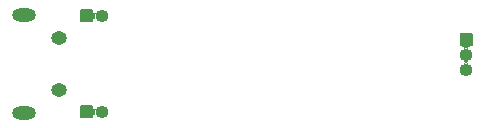
<source format=gbr>
G04 #@! TF.GenerationSoftware,KiCad,Pcbnew,(5.1.7)-1*
G04 #@! TF.CreationDate,2020-11-02T14:52:47+01:00*
G04 #@! TF.ProjectId,Broche lumineuse,42726f63-6865-4206-9c75-6d696e657573,rev?*
G04 #@! TF.SameCoordinates,Original*
G04 #@! TF.FileFunction,Soldermask,Bot*
G04 #@! TF.FilePolarity,Negative*
%FSLAX46Y46*%
G04 Gerber Fmt 4.6, Leading zero omitted, Abs format (unit mm)*
G04 Created by KiCad (PCBNEW (5.1.7)-1) date 2020-11-02 14:52:47*
%MOMM*%
%LPD*%
G01*
G04 APERTURE LIST*
%ADD10O,1.352000X1.152000*%
%ADD11O,2.002000X1.102000*%
%ADD12O,1.102000X1.102000*%
%ADD13C,0.100000*%
G04 APERTURE END LIST*
D10*
X137585000Y-91780000D03*
X137585000Y-96230000D03*
D11*
X134585000Y-89830000D03*
X134585000Y-98180000D03*
D12*
X141189000Y-89941000D03*
G36*
G01*
X140419000Y-90492000D02*
X139419000Y-90492000D01*
G75*
G02*
X139368000Y-90441000I0J51000D01*
G01*
X139368000Y-89441000D01*
G75*
G02*
X139419000Y-89390000I51000J0D01*
G01*
X140419000Y-89390000D01*
G75*
G02*
X140470000Y-89441000I0J-51000D01*
G01*
X140470000Y-90441000D01*
G75*
G02*
X140419000Y-90492000I-51000J0D01*
G01*
G37*
G36*
G01*
X140419000Y-98620000D02*
X139419000Y-98620000D01*
G75*
G02*
X139368000Y-98569000I0J51000D01*
G01*
X139368000Y-97569000D01*
G75*
G02*
X139419000Y-97518000I51000J0D01*
G01*
X140419000Y-97518000D01*
G75*
G02*
X140470000Y-97569000I0J-51000D01*
G01*
X140470000Y-98569000D01*
G75*
G02*
X140419000Y-98620000I-51000J0D01*
G01*
G37*
X141189000Y-98069000D03*
G36*
G01*
X171499000Y-92473000D02*
X171499000Y-91473000D01*
G75*
G02*
X171550000Y-91422000I51000J0D01*
G01*
X172550000Y-91422000D01*
G75*
G02*
X172601000Y-91473000I0J-51000D01*
G01*
X172601000Y-92473000D01*
G75*
G02*
X172550000Y-92524000I-51000J0D01*
G01*
X171550000Y-92524000D01*
G75*
G02*
X171499000Y-92473000I0J51000D01*
G01*
G37*
X172050000Y-93243000D03*
X172050000Y-94513000D03*
D13*
G36*
X140471990Y-97746882D02*
G01*
X140474372Y-97771069D01*
X140481372Y-97794144D01*
X140492737Y-97815408D01*
X140508032Y-97834045D01*
X140526669Y-97849340D01*
X140547933Y-97860705D01*
X140571008Y-97867705D01*
X140594999Y-97870068D01*
X140618990Y-97867705D01*
X140642065Y-97860705D01*
X140663329Y-97849340D01*
X140681966Y-97834045D01*
X140697324Y-97815330D01*
X140700216Y-97811002D01*
X140702010Y-97810117D01*
X140703673Y-97811228D01*
X140703727Y-97812878D01*
X140663650Y-97909635D01*
X140642653Y-98015192D01*
X140642653Y-98122808D01*
X140663650Y-98228365D01*
X140703727Y-98325122D01*
X140703466Y-98327105D01*
X140701618Y-98327870D01*
X140700216Y-98326998D01*
X140697324Y-98322670D01*
X140681965Y-98303955D01*
X140663328Y-98288660D01*
X140642065Y-98277295D01*
X140618990Y-98270295D01*
X140594998Y-98267932D01*
X140571007Y-98270295D01*
X140547932Y-98277295D01*
X140526669Y-98288660D01*
X140508032Y-98303956D01*
X140492737Y-98322593D01*
X140481372Y-98343856D01*
X140474372Y-98366931D01*
X140471990Y-98391118D01*
X140470825Y-98392744D01*
X140468835Y-98392548D01*
X140468000Y-98390922D01*
X140468000Y-97747078D01*
X140469000Y-97745346D01*
X140471000Y-97745346D01*
X140471990Y-97746882D01*
G37*
G36*
X172222906Y-93763824D02*
G01*
X172223671Y-93765672D01*
X172222631Y-93767175D01*
X172206609Y-93775738D01*
X172187972Y-93791033D01*
X172172677Y-93809670D01*
X172161312Y-93830934D01*
X172154312Y-93854009D01*
X172151949Y-93878000D01*
X172154312Y-93901991D01*
X172161312Y-93925066D01*
X172172677Y-93946330D01*
X172187972Y-93964967D01*
X172206609Y-93980262D01*
X172222631Y-93988825D01*
X172223687Y-93990524D01*
X172222744Y-93992287D01*
X172220923Y-93992437D01*
X172209365Y-93987650D01*
X172103808Y-93966653D01*
X171996192Y-93966653D01*
X171890635Y-93987650D01*
X171879077Y-93992437D01*
X171877094Y-93992176D01*
X171876329Y-93990328D01*
X171877369Y-93988825D01*
X171893391Y-93980262D01*
X171912028Y-93964967D01*
X171927323Y-93946330D01*
X171938688Y-93925066D01*
X171945688Y-93901991D01*
X171948051Y-93878000D01*
X171945688Y-93854009D01*
X171938688Y-93830934D01*
X171927323Y-93809670D01*
X171912028Y-93791033D01*
X171893391Y-93775738D01*
X171877369Y-93767175D01*
X171876313Y-93765476D01*
X171877256Y-93763713D01*
X171879077Y-93763563D01*
X171890635Y-93768350D01*
X171996192Y-93789347D01*
X172103808Y-93789347D01*
X172209365Y-93768350D01*
X172220923Y-93763563D01*
X172222906Y-93763824D01*
G37*
G36*
X172373654Y-92523000D02*
G01*
X172373654Y-92525000D01*
X172372118Y-92525990D01*
X172347931Y-92528372D01*
X172324856Y-92535372D01*
X172303592Y-92546737D01*
X172284955Y-92562032D01*
X172269660Y-92580669D01*
X172258295Y-92601933D01*
X172251295Y-92625008D01*
X172248932Y-92648998D01*
X172251295Y-92672990D01*
X172258295Y-92696065D01*
X172269660Y-92717329D01*
X172284955Y-92735966D01*
X172303670Y-92751324D01*
X172307998Y-92754216D01*
X172308883Y-92756010D01*
X172307772Y-92757673D01*
X172306122Y-92757727D01*
X172209365Y-92717650D01*
X172103808Y-92696653D01*
X171996192Y-92696653D01*
X171890635Y-92717650D01*
X171793878Y-92757727D01*
X171791895Y-92757466D01*
X171791130Y-92755618D01*
X171792002Y-92754216D01*
X171796330Y-92751324D01*
X171815045Y-92735965D01*
X171830340Y-92717328D01*
X171841705Y-92696065D01*
X171848705Y-92672990D01*
X171851068Y-92648998D01*
X171848705Y-92625007D01*
X171841705Y-92601932D01*
X171830340Y-92580669D01*
X171815044Y-92562032D01*
X171796407Y-92546737D01*
X171775144Y-92535372D01*
X171752069Y-92528372D01*
X171727882Y-92525990D01*
X171726256Y-92524825D01*
X171726452Y-92522835D01*
X171728078Y-92522000D01*
X172371922Y-92522000D01*
X172373654Y-92523000D01*
G37*
G36*
X140471990Y-89618882D02*
G01*
X140474372Y-89643069D01*
X140481372Y-89666144D01*
X140492737Y-89687408D01*
X140508032Y-89706045D01*
X140526669Y-89721340D01*
X140547933Y-89732705D01*
X140571008Y-89739705D01*
X140594999Y-89742068D01*
X140618990Y-89739705D01*
X140642065Y-89732705D01*
X140663329Y-89721340D01*
X140681966Y-89706045D01*
X140697324Y-89687330D01*
X140700216Y-89683002D01*
X140702010Y-89682117D01*
X140703673Y-89683228D01*
X140703727Y-89684878D01*
X140663650Y-89781635D01*
X140642653Y-89887192D01*
X140642653Y-89994808D01*
X140663650Y-90100365D01*
X140703727Y-90197122D01*
X140703466Y-90199105D01*
X140701618Y-90199870D01*
X140700216Y-90198998D01*
X140697324Y-90194670D01*
X140681965Y-90175955D01*
X140663328Y-90160660D01*
X140642065Y-90149295D01*
X140618990Y-90142295D01*
X140594998Y-90139932D01*
X140571007Y-90142295D01*
X140547932Y-90149295D01*
X140526669Y-90160660D01*
X140508032Y-90175956D01*
X140492737Y-90194593D01*
X140481372Y-90215856D01*
X140474372Y-90238931D01*
X140471990Y-90263118D01*
X140470825Y-90264744D01*
X140468835Y-90264548D01*
X140468000Y-90262922D01*
X140468000Y-89619078D01*
X140469000Y-89617346D01*
X140471000Y-89617346D01*
X140471990Y-89618882D01*
G37*
M02*

</source>
